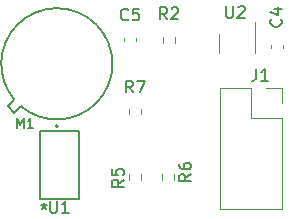
<source format=gbr>
%TF.GenerationSoftware,KiCad,Pcbnew,7.0.2*%
%TF.CreationDate,2023-05-24T09:21:20+02:00*%
%TF.ProjectId,PCB_Ewine,5043425f-4577-4696-9e65-2e6b69636164,rev?*%
%TF.SameCoordinates,Original*%
%TF.FileFunction,Legend,Top*%
%TF.FilePolarity,Positive*%
%FSLAX46Y46*%
G04 Gerber Fmt 4.6, Leading zero omitted, Abs format (unit mm)*
G04 Created by KiCad (PCBNEW 7.0.2) date 2023-05-24 09:21:20*
%MOMM*%
%LPD*%
G01*
G04 APERTURE LIST*
%ADD10C,0.150000*%
%ADD11C,0.120000*%
%ADD12C,0.127000*%
%ADD13C,0.200000*%
%ADD14C,0.152400*%
G04 APERTURE END LIST*
D10*
%TO.C,R2*%
X144333333Y-36362619D02*
X144000000Y-35886428D01*
X143761905Y-36362619D02*
X143761905Y-35362619D01*
X143761905Y-35362619D02*
X144142857Y-35362619D01*
X144142857Y-35362619D02*
X144238095Y-35410238D01*
X144238095Y-35410238D02*
X144285714Y-35457857D01*
X144285714Y-35457857D02*
X144333333Y-35553095D01*
X144333333Y-35553095D02*
X144333333Y-35695952D01*
X144333333Y-35695952D02*
X144285714Y-35791190D01*
X144285714Y-35791190D02*
X144238095Y-35838809D01*
X144238095Y-35838809D02*
X144142857Y-35886428D01*
X144142857Y-35886428D02*
X143761905Y-35886428D01*
X144714286Y-35457857D02*
X144761905Y-35410238D01*
X144761905Y-35410238D02*
X144857143Y-35362619D01*
X144857143Y-35362619D02*
X145095238Y-35362619D01*
X145095238Y-35362619D02*
X145190476Y-35410238D01*
X145190476Y-35410238D02*
X145238095Y-35457857D01*
X145238095Y-35457857D02*
X145285714Y-35553095D01*
X145285714Y-35553095D02*
X145285714Y-35648333D01*
X145285714Y-35648333D02*
X145238095Y-35791190D01*
X145238095Y-35791190D02*
X144666667Y-36362619D01*
X144666667Y-36362619D02*
X145285714Y-36362619D01*
%TO.C,C4*%
X153967380Y-36366666D02*
X154015000Y-36414285D01*
X154015000Y-36414285D02*
X154062619Y-36557142D01*
X154062619Y-36557142D02*
X154062619Y-36652380D01*
X154062619Y-36652380D02*
X154015000Y-36795237D01*
X154015000Y-36795237D02*
X153919761Y-36890475D01*
X153919761Y-36890475D02*
X153824523Y-36938094D01*
X153824523Y-36938094D02*
X153634047Y-36985713D01*
X153634047Y-36985713D02*
X153491190Y-36985713D01*
X153491190Y-36985713D02*
X153300714Y-36938094D01*
X153300714Y-36938094D02*
X153205476Y-36890475D01*
X153205476Y-36890475D02*
X153110238Y-36795237D01*
X153110238Y-36795237D02*
X153062619Y-36652380D01*
X153062619Y-36652380D02*
X153062619Y-36557142D01*
X153062619Y-36557142D02*
X153110238Y-36414285D01*
X153110238Y-36414285D02*
X153157857Y-36366666D01*
X153395952Y-35509523D02*
X154062619Y-35509523D01*
X153015000Y-35747618D02*
X153729285Y-35985713D01*
X153729285Y-35985713D02*
X153729285Y-35366666D01*
%TO.C,R5*%
X140662619Y-49966666D02*
X140186428Y-50299999D01*
X140662619Y-50538094D02*
X139662619Y-50538094D01*
X139662619Y-50538094D02*
X139662619Y-50157142D01*
X139662619Y-50157142D02*
X139710238Y-50061904D01*
X139710238Y-50061904D02*
X139757857Y-50014285D01*
X139757857Y-50014285D02*
X139853095Y-49966666D01*
X139853095Y-49966666D02*
X139995952Y-49966666D01*
X139995952Y-49966666D02*
X140091190Y-50014285D01*
X140091190Y-50014285D02*
X140138809Y-50061904D01*
X140138809Y-50061904D02*
X140186428Y-50157142D01*
X140186428Y-50157142D02*
X140186428Y-50538094D01*
X139662619Y-49061904D02*
X139662619Y-49538094D01*
X139662619Y-49538094D02*
X140138809Y-49585713D01*
X140138809Y-49585713D02*
X140091190Y-49538094D01*
X140091190Y-49538094D02*
X140043571Y-49442856D01*
X140043571Y-49442856D02*
X140043571Y-49204761D01*
X140043571Y-49204761D02*
X140091190Y-49109523D01*
X140091190Y-49109523D02*
X140138809Y-49061904D01*
X140138809Y-49061904D02*
X140234047Y-49014285D01*
X140234047Y-49014285D02*
X140472142Y-49014285D01*
X140472142Y-49014285D02*
X140567380Y-49061904D01*
X140567380Y-49061904D02*
X140615000Y-49109523D01*
X140615000Y-49109523D02*
X140662619Y-49204761D01*
X140662619Y-49204761D02*
X140662619Y-49442856D01*
X140662619Y-49442856D02*
X140615000Y-49538094D01*
X140615000Y-49538094D02*
X140567380Y-49585713D01*
%TO.C,M1*%
X131652381Y-45570095D02*
X131652381Y-44770095D01*
X131652381Y-44770095D02*
X131919047Y-45341523D01*
X131919047Y-45341523D02*
X132185714Y-44770095D01*
X132185714Y-44770095D02*
X132185714Y-45570095D01*
X132985714Y-45570095D02*
X132528571Y-45570095D01*
X132757143Y-45570095D02*
X132757143Y-44770095D01*
X132757143Y-44770095D02*
X132680952Y-44884380D01*
X132680952Y-44884380D02*
X132604762Y-44960571D01*
X132604762Y-44960571D02*
X132528571Y-44998666D01*
%TO.C,U2*%
X149338095Y-35262619D02*
X149338095Y-36072142D01*
X149338095Y-36072142D02*
X149385714Y-36167380D01*
X149385714Y-36167380D02*
X149433333Y-36215000D01*
X149433333Y-36215000D02*
X149528571Y-36262619D01*
X149528571Y-36262619D02*
X149719047Y-36262619D01*
X149719047Y-36262619D02*
X149814285Y-36215000D01*
X149814285Y-36215000D02*
X149861904Y-36167380D01*
X149861904Y-36167380D02*
X149909523Y-36072142D01*
X149909523Y-36072142D02*
X149909523Y-35262619D01*
X150338095Y-35357857D02*
X150385714Y-35310238D01*
X150385714Y-35310238D02*
X150480952Y-35262619D01*
X150480952Y-35262619D02*
X150719047Y-35262619D01*
X150719047Y-35262619D02*
X150814285Y-35310238D01*
X150814285Y-35310238D02*
X150861904Y-35357857D01*
X150861904Y-35357857D02*
X150909523Y-35453095D01*
X150909523Y-35453095D02*
X150909523Y-35548333D01*
X150909523Y-35548333D02*
X150861904Y-35691190D01*
X150861904Y-35691190D02*
X150290476Y-36262619D01*
X150290476Y-36262619D02*
X150909523Y-36262619D01*
%TO.C,R7*%
X141433333Y-42562619D02*
X141100000Y-42086428D01*
X140861905Y-42562619D02*
X140861905Y-41562619D01*
X140861905Y-41562619D02*
X141242857Y-41562619D01*
X141242857Y-41562619D02*
X141338095Y-41610238D01*
X141338095Y-41610238D02*
X141385714Y-41657857D01*
X141385714Y-41657857D02*
X141433333Y-41753095D01*
X141433333Y-41753095D02*
X141433333Y-41895952D01*
X141433333Y-41895952D02*
X141385714Y-41991190D01*
X141385714Y-41991190D02*
X141338095Y-42038809D01*
X141338095Y-42038809D02*
X141242857Y-42086428D01*
X141242857Y-42086428D02*
X140861905Y-42086428D01*
X141766667Y-41562619D02*
X142433333Y-41562619D01*
X142433333Y-41562619D02*
X142004762Y-42562619D01*
%TO.C,R6*%
X146362619Y-49466666D02*
X145886428Y-49799999D01*
X146362619Y-50038094D02*
X145362619Y-50038094D01*
X145362619Y-50038094D02*
X145362619Y-49657142D01*
X145362619Y-49657142D02*
X145410238Y-49561904D01*
X145410238Y-49561904D02*
X145457857Y-49514285D01*
X145457857Y-49514285D02*
X145553095Y-49466666D01*
X145553095Y-49466666D02*
X145695952Y-49466666D01*
X145695952Y-49466666D02*
X145791190Y-49514285D01*
X145791190Y-49514285D02*
X145838809Y-49561904D01*
X145838809Y-49561904D02*
X145886428Y-49657142D01*
X145886428Y-49657142D02*
X145886428Y-50038094D01*
X145362619Y-48609523D02*
X145362619Y-48799999D01*
X145362619Y-48799999D02*
X145410238Y-48895237D01*
X145410238Y-48895237D02*
X145457857Y-48942856D01*
X145457857Y-48942856D02*
X145600714Y-49038094D01*
X145600714Y-49038094D02*
X145791190Y-49085713D01*
X145791190Y-49085713D02*
X146172142Y-49085713D01*
X146172142Y-49085713D02*
X146267380Y-49038094D01*
X146267380Y-49038094D02*
X146315000Y-48990475D01*
X146315000Y-48990475D02*
X146362619Y-48895237D01*
X146362619Y-48895237D02*
X146362619Y-48704761D01*
X146362619Y-48704761D02*
X146315000Y-48609523D01*
X146315000Y-48609523D02*
X146267380Y-48561904D01*
X146267380Y-48561904D02*
X146172142Y-48514285D01*
X146172142Y-48514285D02*
X145934047Y-48514285D01*
X145934047Y-48514285D02*
X145838809Y-48561904D01*
X145838809Y-48561904D02*
X145791190Y-48609523D01*
X145791190Y-48609523D02*
X145743571Y-48704761D01*
X145743571Y-48704761D02*
X145743571Y-48895237D01*
X145743571Y-48895237D02*
X145791190Y-48990475D01*
X145791190Y-48990475D02*
X145838809Y-49038094D01*
X145838809Y-49038094D02*
X145934047Y-49085713D01*
%TO.C,J1*%
X151866666Y-40562619D02*
X151866666Y-41276904D01*
X151866666Y-41276904D02*
X151819047Y-41419761D01*
X151819047Y-41419761D02*
X151723809Y-41515000D01*
X151723809Y-41515000D02*
X151580952Y-41562619D01*
X151580952Y-41562619D02*
X151485714Y-41562619D01*
X152866666Y-41562619D02*
X152295238Y-41562619D01*
X152580952Y-41562619D02*
X152580952Y-40562619D01*
X152580952Y-40562619D02*
X152485714Y-40705476D01*
X152485714Y-40705476D02*
X152390476Y-40800714D01*
X152390476Y-40800714D02*
X152295238Y-40848333D01*
%TO.C,U1*%
X134438095Y-51762619D02*
X134438095Y-52572142D01*
X134438095Y-52572142D02*
X134485714Y-52667380D01*
X134485714Y-52667380D02*
X134533333Y-52715000D01*
X134533333Y-52715000D02*
X134628571Y-52762619D01*
X134628571Y-52762619D02*
X134819047Y-52762619D01*
X134819047Y-52762619D02*
X134914285Y-52715000D01*
X134914285Y-52715000D02*
X134961904Y-52667380D01*
X134961904Y-52667380D02*
X135009523Y-52572142D01*
X135009523Y-52572142D02*
X135009523Y-51762619D01*
X136009523Y-52762619D02*
X135438095Y-52762619D01*
X135723809Y-52762619D02*
X135723809Y-51762619D01*
X135723809Y-51762619D02*
X135628571Y-51905476D01*
X135628571Y-51905476D02*
X135533333Y-52000714D01*
X135533333Y-52000714D02*
X135438095Y-52048333D01*
X133900000Y-51962619D02*
X133900000Y-52200714D01*
X133661905Y-52105476D02*
X133900000Y-52200714D01*
X133900000Y-52200714D02*
X134138095Y-52105476D01*
X133757143Y-52391190D02*
X133900000Y-52200714D01*
X133900000Y-52200714D02*
X134042857Y-52391190D01*
X133900000Y-51962619D02*
X133900000Y-52200714D01*
X133661905Y-52105476D02*
X133900000Y-52200714D01*
X133900000Y-52200714D02*
X134138095Y-52105476D01*
X133757143Y-52391190D02*
X133900000Y-52200714D01*
X133900000Y-52200714D02*
X134042857Y-52391190D01*
%TO.C,C5*%
X141033333Y-36367380D02*
X140985714Y-36415000D01*
X140985714Y-36415000D02*
X140842857Y-36462619D01*
X140842857Y-36462619D02*
X140747619Y-36462619D01*
X140747619Y-36462619D02*
X140604762Y-36415000D01*
X140604762Y-36415000D02*
X140509524Y-36319761D01*
X140509524Y-36319761D02*
X140461905Y-36224523D01*
X140461905Y-36224523D02*
X140414286Y-36034047D01*
X140414286Y-36034047D02*
X140414286Y-35891190D01*
X140414286Y-35891190D02*
X140461905Y-35700714D01*
X140461905Y-35700714D02*
X140509524Y-35605476D01*
X140509524Y-35605476D02*
X140604762Y-35510238D01*
X140604762Y-35510238D02*
X140747619Y-35462619D01*
X140747619Y-35462619D02*
X140842857Y-35462619D01*
X140842857Y-35462619D02*
X140985714Y-35510238D01*
X140985714Y-35510238D02*
X141033333Y-35557857D01*
X141938095Y-35462619D02*
X141461905Y-35462619D01*
X141461905Y-35462619D02*
X141414286Y-35938809D01*
X141414286Y-35938809D02*
X141461905Y-35891190D01*
X141461905Y-35891190D02*
X141557143Y-35843571D01*
X141557143Y-35843571D02*
X141795238Y-35843571D01*
X141795238Y-35843571D02*
X141890476Y-35891190D01*
X141890476Y-35891190D02*
X141938095Y-35938809D01*
X141938095Y-35938809D02*
X141985714Y-36034047D01*
X141985714Y-36034047D02*
X141985714Y-36272142D01*
X141985714Y-36272142D02*
X141938095Y-36367380D01*
X141938095Y-36367380D02*
X141890476Y-36415000D01*
X141890476Y-36415000D02*
X141795238Y-36462619D01*
X141795238Y-36462619D02*
X141557143Y-36462619D01*
X141557143Y-36462619D02*
X141461905Y-36415000D01*
X141461905Y-36415000D02*
X141414286Y-36367380D01*
D11*
%TO.C,R2*%
X143977500Y-38337258D02*
X143977500Y-37862742D01*
X145022500Y-38337258D02*
X145022500Y-37862742D01*
%TO.C,C4*%
X153090000Y-38815580D02*
X153090000Y-38534420D01*
X154110000Y-38815580D02*
X154110000Y-38534420D01*
%TO.C,R5*%
X142122500Y-49487742D02*
X142122500Y-49962258D01*
X141077500Y-49487742D02*
X141077500Y-49962258D01*
D12*
%TO.C,M1*%
X131400830Y-44304860D02*
X131966510Y-43739170D01*
X130835140Y-43739170D02*
X131400830Y-44304860D01*
X131400830Y-43173490D02*
X130835140Y-43739170D01*
X131966510Y-43739169D02*
G75*
G03*
X138330470Y-43470470I3035494J3603770D01*
G01*
X131669530Y-36809531D02*
G75*
G03*
X131400831Y-43173489I3334572J-3328444D01*
G01*
X138330469Y-36809531D02*
G75*
G03*
X131669531Y-36809531I-3330469J-3330469D01*
G01*
X138330470Y-43470470D02*
G75*
G03*
X138330470Y-36809530I-3330469J3330470D01*
G01*
D13*
X135100000Y-45420000D02*
G75*
G03*
X135100000Y-45420000I-100000J0D01*
G01*
D11*
%TO.C,U2*%
X151810000Y-38437500D02*
X151810000Y-36637500D01*
X151810000Y-38437500D02*
X151810000Y-39237500D01*
X148690000Y-38437500D02*
X148690000Y-37637500D01*
X148690000Y-38437500D02*
X148690000Y-39237500D01*
%TO.C,R7*%
X141077500Y-44412258D02*
X141077500Y-43937742D01*
X142122500Y-44412258D02*
X142122500Y-43937742D01*
%TO.C,R6*%
X144922500Y-49487742D02*
X144922500Y-49962258D01*
X143877500Y-49487742D02*
X143877500Y-49962258D01*
%TO.C,J1*%
X148830000Y-42150000D02*
X148830000Y-52430000D01*
X148830000Y-42150000D02*
X151430000Y-42150000D01*
X148830000Y-52430000D02*
X154030000Y-52430000D01*
X151430000Y-42150000D02*
X151430000Y-44750000D01*
X151430000Y-44750000D02*
X154030000Y-44750000D01*
X152700000Y-42150000D02*
X154030000Y-42150000D01*
X154030000Y-42150000D02*
X154030000Y-43480000D01*
X154030000Y-44750000D02*
X154030000Y-52430000D01*
D14*
%TO.C,U1*%
X133549000Y-45842500D02*
X133549000Y-51557500D01*
X133549000Y-51557500D02*
X136851000Y-51557500D01*
X136851000Y-45842500D02*
X133549000Y-45842500D01*
X136851000Y-51557500D02*
X136851000Y-45842500D01*
D11*
%TO.C,C5*%
X141710000Y-37959420D02*
X141710000Y-38240580D01*
X140690000Y-37959420D02*
X140690000Y-38240580D01*
%TD*%
M02*

</source>
